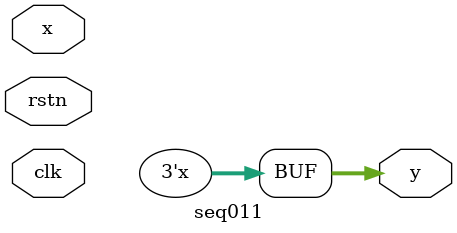
<source format=v>
module seq011(clk, rstn, x, y);
    parameter A = 2'b00;
    parameter B = 2'b01;
    parameter C = 2'b11;
    parameter D = 2'b10;
    input clk, rstn, x;
    output reg [2:0] y;

    reg [2:0] cs, ns;

    // Current State Logic
    always @(posedge clk) begin
        if(~rstn)
            cs <= A;
        else
            cs <= ns;
    end

    // Next State Logic
    always @(cs, x) begin
        case(cs)
            A:  if(x == 0)
                    ns = B;
                else
                    ns = A;
            B:  if(x == 0)
                    ns = B;
                else
                    ns = C;
            C:  if(x == 0)
                    ns = B;
                else
                    ns = D;
            D:  if(x == 0)
                    ns = B;
                else
                    ns = A;
        endcase
    end

    // Output Logic
    always @(*) begin
        if(cs == D)
            y = y + 1;
        else
            y = y;
    end
endmodule
</source>
